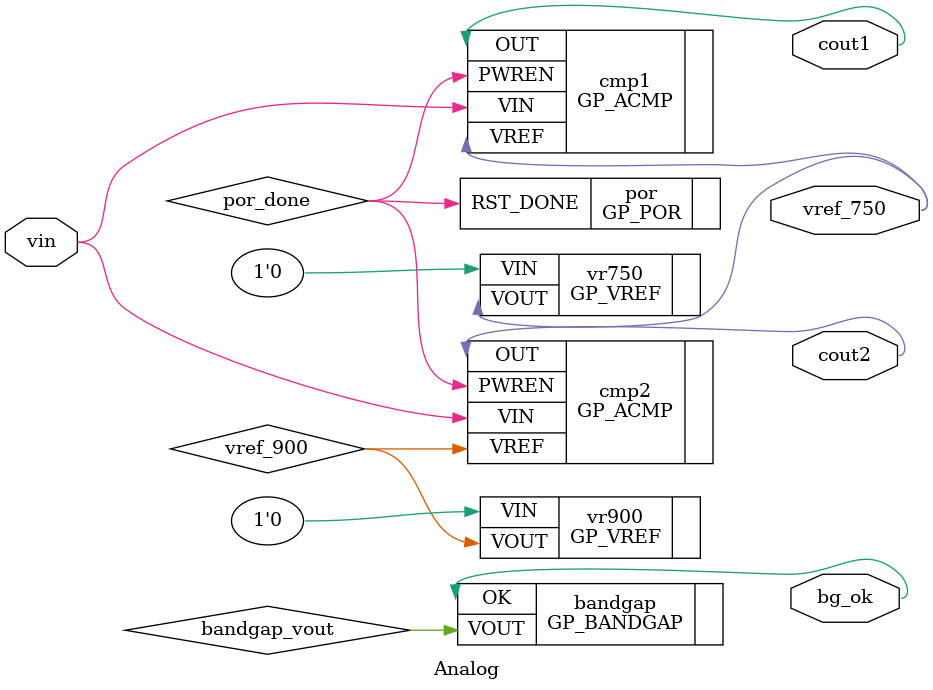
<source format=v>
/***********************************************************************************************************************
 * Copyright (C) 2016 Andrew Zonenberg and contributors                                                                *
 *                                                                                                                     *
 * This program is free software; you can redistribute it and/or modify it under the terms of the GNU Lesser General   *
 * Public License as published by the Free Software Foundation; either version 2.1 of the License, or (at your option) *
 * any later version.                                                                                                  *
 *                                                                                                                     *
 * This program is distributed in the hope that it will be useful, but WITHOUT ANY WARRANTY; without even the implied  *
 * warranty of MERCHANTABILITY or FITNESS FOR A PARTICULAR PURPOSE.  See the GNU Lesser General Public License for     *
 * more details.                                                                                                       *
 *                                                                                                                     *
 * You should have received a copy of the GNU Lesser General Public License along with this program; if not, you may   *
 * find one here:                                                                                                      *
 * https://www.gnu.org/licenses/old-licenses/lgpl-2.1.txt                                                              *
 * or you may search the http://www.gnu.org website for the version 2.1 license, or you may write to the Free Software *
 * Foundation, Inc., 51 Franklin Street, Fifth Floor, Boston, MA  02110-1301, USA                                      *
 **********************************************************************************************************************/

`default_nettype none

module Analog(bg_ok, vref_750, vin, cout1, cout2);

	////////////////////////////////////////////////////////////////////////////////////////////////////////////////////
	// I/O declarations
	
	(* LOC = "P20" *)
	output wire bg_ok;
	
	(* LOC = "P19" *)
	(* IBUF_TYPE = "ANALOG" *)
	output wire vref_750;
	
	(* LOC = "P6" *)
	(* IBUF_TYPE = "ANALOG" *)
	input wire vin;
	
	(* LOC = "P18" *)
	output wire cout1;
	
	(* LOC = "P17" *)
	output wire cout2;

	////////////////////////////////////////////////////////////////////////////////////////////////////////////////////
	// System reset stuff

	//Power-on reset
	wire por_done;
	GP_POR #(
		.POR_TIME(500)
	) por (
		.RST_DONE(por_done)
	);

	////////////////////////////////////////////////////////////////////////////////////////////////////////////////////
	// Oscillators
		
	////////////////////////////////////////////////////////////////////////////////////////////////////////////////////
	// 1.0V bandgap voltage reference (used by a lot of the mixed signal IP)
	
	wire bandgap_vout;
	GP_BANDGAP #(
		.AUTO_PWRDN(0),
		.CHOPPER_EN(1),
		.OUT_DELAY(550)
	) bandgap (
		.OK(bg_ok),
		.VOUT(bandgap_vout)
	);
	
	////////////////////////////////////////////////////////////////////////////////////////////////////////////////////
	// Voltage reference driving a comparator and an external pin
	
	GP_VREF #(
		.VIN_DIV(4'd1),
		.VREF(16'd750)
	) vr750 (
		.VIN(1'b0),
		.VOUT(vref_750)
	);
	
	////////////////////////////////////////////////////////////////////////////////////////////////////////////////////
	// Comparator checking vin against the reference
	
	GP_ACMP #(
		.BANDWIDTH("LOW"),
		.VIN_ATTEN(4'd1),
		.VIN_ISRC_EN(1'b0),
		.HYSTERESIS(8'd25)
	) cmp1 (
		.PWREN(por_done),
		.OUT(cout1),
		.VIN(vin),
		.VREF(vref_750)
	);
	
	////////////////////////////////////////////////////////////////////////////////////////////////////////////////////
	// Voltage reference driving an internal comparator only
	
	wire vref_900;
	GP_VREF #(
		.VIN_DIV(4'd1),
		.VREF(16'd900)
	) vr900 (
		.VIN(1'b0),
		.VOUT(vref_900)
	);
	
	////////////////////////////////////////////////////////////////////////////////////////////////////////////////////
	// Comparator checking vin against the second reference
	
	GP_ACMP #(
		.BANDWIDTH("LOW"),
		.VIN_ATTEN(4'd1),
		.VIN_ISRC_EN(1'b0),
		.HYSTERESIS(8'd25)
	) cmp2 (
		.PWREN(por_done),
		.OUT(cout2),
		.VIN(vin),
		.VREF(vref_900)
	);
	
endmodule

</source>
